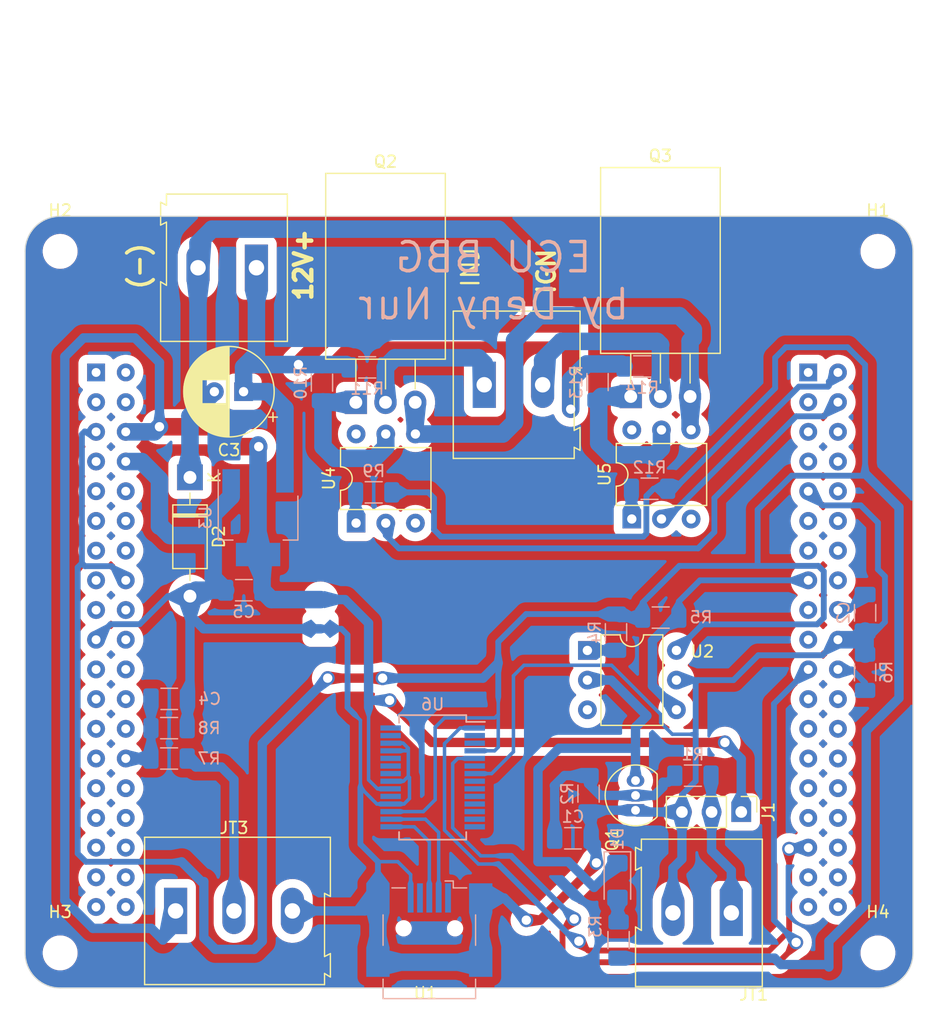
<source format=kicad_pcb>
(kicad_pcb (version 20221018) (generator pcbnew)
  (layers (0 "F.Cu" signal) (31 "B.Cu" signal) (34 "B.Paste" user) (35 "F.Paste" user) (36 "B.SilkS" user "B.Silkscreen") (37 "F.SilkS" user "F.Silkscreen") (38 "B.Mask" user) (39 "F.Mask" user) (44 "Edge.Cuts" user))
  (net 0 "")
  (net 1 "GND")
  (net 2 "Net-(Q1-B)")
  (net 3 "Net-(U1B-PB11{slash}VCAP)")
  (net 4 "+12V")
  (net 5 "GNDPWR")
  (net 6 "IN_TPS")
  (net 7 "VCC")
  (net 8 "IN_PULSE")
  (net 9 "Net-(D1-A)")
  (net 10 "PULSER")
  (net 12 "Net-(J2-D-)")
  (net 13 "Net-(J2-D+)")
  (net 15 "Net-(JT3-Pin_2)")
  (net 16 "PORT_INJ")
  (net 17 "PORT_IGN")
  (net 18 "Net-(Q2-G)")
  (net 19 "Net-(Q3-G)")
  (net 20 "VDD")
  (net 21 "Net-(R4-Pad2)")
  (net 22 "IN_CKP")
  (net 23 "Net-(U1B-PB2)")
  (net 24 "Net-(R9-Pad2)")
  (net 25 "Net-(R12-Pad2)")
  (net 43 "OUT_INJ")
  (net 44 "OUT_IGN")
  (net 46 "RX")
  (net 52 "TX")
  (footprint "TerminalBlock:TerminalBlock_Altech_AK300-2_P5.00mm" (layer "F.Cu") (at 139.8 66.4 180)
    (fp_text reference "JT2" hide)
    (fp_text value "Conn_01x02_Pin")
  )
  (footprint "Connector_PinHeader_2.54mm:PinHeader_1x03_P2.54mm_Vertical" (layer "F.Cu") (at 181.3 112.95 -90)
    (fp_text reference "J1")
    (fp_text value "Conn_01x03_Pin")
  )
  (footprint "Package_DIP:DIP-6_W7.62mm" (layer "F.Cu") (at 168.13 99.13)
    (fp_text reference "U2")
    (fp_text value "H11L1")
  )
  (footprint "Package_TO_SOT_THT:TO-92_Inline" (layer "F.Cu") (at 172.25 112.8 90)
    (fp_text reference "Q1")
    (fp_text value "2N3904")
  )
  (footprint "Package_DIP:DIP-6_W7.62mm" (layer "F.Cu") (at 171.93 87.89 90)
    (fp_text reference "U5")
    (fp_text value "4N35")
  )
  (footprint "TerminalBlock:TerminalBlock_Altech_AK300-2_P5.00mm" (layer "F.Cu") (at 159.3 76.41)
    (fp_text reference "JT4" hide)
    (fp_text value "Conn_01x02_Pin")
  )
  (footprint "Capacitor_THT:CP_Radial_D7.5mm_P2.50mm" (layer "F.Cu") (at 138.7 77 180)
    (fp_text reference "C3")
    (fp_text value "100uF")
  )
  (footprint "TerminalBlock:TerminalBlock_Altech_AK300-2_P5.00mm" (layer "F.Cu") (at 180.45 121.575 180)
    (fp_text reference "JT1")
    (fp_text value "Conn_01x02_Pin")
  )
  (footprint "MountingHole:MountingHole_2.5mm" (layer "F.Cu") (at 193 65)
    (fp_text reference "H1")
    (fp_text value "MountingHole")
  )
  (footprint "TerminalBlock:TerminalBlock_Altech_AK300-3_P5.00mm" (layer "F.Cu") (at 132.88 121.41)
    (fp_text reference "JT3")
    (fp_text value "Conn_01x03_Pin")
  )
  (footprint "MountingHole:MountingHole_2.5mm" (layer "F.Cu") (at 193 125)
    (fp_text reference "H4")
    (fp_text value "MountingHole")
  )
  (footprint "MountingHole:MountingHole_2.5mm" (layer "F.Cu") (at 123 65)
    (fp_text reference "H2")
    (fp_text value "MountingHole")
  )
  (footprint "MountingHole:MountingHole_2.5mm" (layer "F.Cu") (at 123 125)
    (fp_text reference "H3")
    (fp_text value "MountingHole")
  )
  (footprint "Package_TO_SOT_THT:TO-220-3_Horizontal_TabDown" (layer "F.Cu") (at 171.84 77.41)
    (fp_text reference "Q3")
    (fp_text value "IRF540N")
  )
  (footprint "Diode_THT:D_DO-41_SOD81_P10.16mm_Horizontal" (layer "F.Cu") (at 134.112 84.328 -90)
    (fp_text reference "D2")
    (fp_text value "1N4007")
  )
  (footprint "user:Nucleo-64" (layer "F.Cu") (at 126.075 121.075)
    (fp_text reference "U1")
    (fp_text value "NUCLEO-64")
  )
  (footprint "Package_TO_SOT_THT:TO-220-3_Horizontal_TabDown" (layer "F.Cu") (at 148.31 77.91)
    (fp_text reference "Q2")
    (fp_text value "IRF540N")
  )
  (footprint "Package_DIP:DIP-6_W7.62mm" (layer "F.Cu") (at 148.33 88.24 90)
    (fp_text reference "U4")
    (fp_text value "4N35")
  )
  (footprint "Resistor_SMD:R_1206_3216Metric_Pad1.30x1.75mm_HandSolder" (layer "B.Cu") (at 168.23 111.38 -90)
    (fp_text reference "R2")
    (fp_text value "10k")
  )
  (footprint "Resistor_SMD:R_1206_3216Metric_Pad1.30x1.75mm_HandSolder" (layer "B.Cu") (at 169 76.18 -90)
    (fp_text reference "R13")
    (fp_text value "10k")
  )
  (footprint "Resistor_SMD:R_1206_3216Metric_Pad1.30x1.75mm_HandSolder" (layer "B.Cu") (at 174.405 96.32)
    (fp_text reference "R5")
    (fp_text value "10K")
  )
  (footprint "Resistor_SMD:R_1206_3216Metric_Pad1.30x1.75mm_HandSolder" (layer "B.Cu") (at 149.84 85.61 180)
    (fp_text reference "R9")
    (fp_text value "220")
  )
  (footprint "Package_TO_SOT_SMD:SOT-223-3_TabPin2" (layer "B.Cu") (at 139.94 87.78 -90)
    (fp_text reference "U3")
    (fp_text value "AMS1117-5.0")
  )
  (footprint "Resistor_SMD:R_1206_3216Metric_Pad1.30x1.75mm_HandSolder" (layer "B.Cu") (at 145.41 76.23 -90)
    (fp_text reference "R10")
    (fp_text value "10k")
  )
  (footprint "Resistor_SMD:R_1206_3216Metric_Pad1.30x1.75mm_HandSolder" (layer "B.Cu") (at 170.8 123.9 90)
    (fp_text reference "R3")
    (fp_text value "330")
  )
  (footprint "Resistor_SMD:R_1206_3216Metric_Pad1.30x1.75mm_HandSolder" (layer "B.Cu") (at 132.325 105.775 180)
    (fp_text reference "R8")
    (fp_text value "1k")
  )
  (footprint "Capacitor_SMD:C_1206_3216Metric_Pad1.33x1.80mm_HandSolder" (layer "B.Cu") (at 191.9 95.9125 -90)
    (fp_text reference "C2")
    (fp_text value "4.7uF")
  )
  (footprint "Capacitor_SMD:C_1206_3216Metric_Pad1.33x1.80mm_HandSolder" (layer "B.Cu") (at 132.3375 103.275 180)
    (fp_text reference "C4")
    (fp_text value "100nF")
  )
  (footprint "Connector_USB:USB_Mini-B_Wuerth_65100516121_Horizontal" (layer "B.Cu") (at 154.6 122.9 180)
    (fp_text reference "J2" hide)
    (fp_text value "USB_B_Mini")
  )
  (footprint "Resistor_SMD:R_1206_3216Metric_Pad1.30x1.75mm_HandSolder" (layer "B.Cu") (at 173.45 85.3 180)
    (fp_text reference "R12")
    (fp_text value "220")
  )
  (footprint "Resistor_SMD:R_1206_3216Metric_Pad1.30x1.75mm_HandSolder" (layer "B.Cu") (at 170.58 97.57 -90)
    (fp_text reference "R4")
    (fp_text value "330")
  )
  (footprint "Resistor_SMD:R_1206_3216Metric_Pad1.30x1.75mm_HandSolder" (layer "B.Cu") (at 149.28 74.92)
    (fp_text reference "R11")
    (fp_text value "10k")
  )
  (footprint "Resistor_SMD:R_1206_3216Metric_Pad1.30x1.75mm_HandSolder" (layer "B.Cu") (at 191.9 101 90)
    (fp_text reference "R6")
    (fp_text value "0")
  )
  (footprint "Resistor_SMD:R_1206_3216Metric_Pad1.30x1.75mm_HandSolder" (layer "B.Cu") (at 132.325 108.375 180)
    (fp_text reference "R7")
    (fp_text value "1k")
  )
  (footprint "LED_SMD:LED_1206_3216Metric_Pad1.42x1.75mm_HandSolder" (layer "B.Cu") (at 170.7 118.8125 -90)
    (fp_text reference "D1")
    (fp_text value "LED")
  )
  (footprint "Capacitor_SMD:C_1206_3216Metric_Pad1.33x1.80mm_HandSolder" (layer "B.Cu") (at 138.7225 93.98)
    (fp_text reference "C5")
    (fp_text value "100nF")
  )
  (footprint "Resistor_SMD:R_1206_3216Metric_Pad1.30x1.75mm_HandSolder" (layer "B.Cu") (at 172.82 74.84)
    (fp_text reference "R14")
    (fp_text value "10k")
  )
  (footprint "Package_SO:SSOP-28_5.3x10.2mm_P0.65mm" (layer "B.Cu") (at 154.885 109.99 180)
    (fp_text reference "U6")
    (fp_text value "FT232RL")
  )
  (footprint "Capacitor_SMD:C_1206_3216Metric_Pad1.33x1.80mm_HandSolder" (layer "B.Cu") (at 166.8925 115.2 180)
    (fp_text reference "C1")
    (fp_text value "100nF")
  )
  (footprint "Resistor_SMD:R_1206_3216Metric_Pad1.30x1.75mm_HandSolder" (layer "B.Cu") (at 177.16 109.84 180)
    (fp_text reference "R1")
    (fp_text value "1k")
  )
  (gr_arc (start 120 65) (mid 120.87868 62.87868) (end 123 62) (stroke (width 0.1)) (layer "Edge.Cuts"))
  (gr_arc (start 193 62) (mid 195.12132 62.87868) (end 196 65) (stroke (width 0.1)) (layer "Edge.Cuts"))
  (gr_arc (start 123 128) (mid 120.87868 127.12132) (end 120 125) (stroke (width 0.1)) (layer "Edge.Cuts"))
  (gr_arc (start 196 125) (mid 195.12132 127.12132) (end 193 128) (stroke (width 0.1)) (layer "Edge.Cuts"))
  (gr_line (start 193 128) (end 123 128) (stroke (width 0.1)) (layer "Edge.Cuts"))
  (gr_line (start 193 62) (end 123 62) (stroke (width 0.1)) (layer "Edge.Cuts"))
  (gr_line (start 120 65) (end 120 125) (stroke (width 0.1)) (layer "Edge.Cuts"))
  (gr_line (start 196 65) (end 196 125) (stroke (width 0.1)) (layer "Edge.Cuts"))
  (gr_text "ECU BBG\nby Deny Nur" (at 160.1 71) (layer "B.SilkS") (effects (font (size 2.5 2.5) (thickness 0.3) bold) (justify bottom mirror)))
  (gr_text "(-)\n" (at 130.6 68.4 90) (layer "F.SilkS") (effects (font (size 1.5 1.5) (thickness 0.3) bold) (justify left bottom)))
  (gr_text "IGN" (at 165.5 68.8 90) (layer "F.SilkS") (effects (font (size 1.5 1.5) (thickness 0.3) bold) (justify left bottom)))
  (gr_text "12V+" (at 144.7 69.4 90) (layer "F.SilkS") (effects (font (size 1.5 1.5) (thickness 0.375) bold) (justify left bottom)))
  (gr_text "INJ\n" (at 159 68.2 90) (layer "F.SilkS") (effects (font (size 1.5 1.5) (thickness 0.2) bold) (justify left bottom)))
  (segment (start 168.5 117.8) (end 168.9 117.4) (width 0.8) (layer "F.Cu") (net 1))
  (segment (start 162.9 122.2) (end 164.1 122.2) (width 0.8) (layer "F.Cu") (net 1))
  (segment (start 164.1 122.2) (end 168.5 117.8) (width 0.8) (layer "F.Cu") (net 1))
  (segment (start 168.9 117.4) (end 168.9 117.3) (width 0.8) (layer "F.Cu") (net 1))
  (via (at 168.9 117.3) (size 1.2) (drill 0.8) (layers "F.Cu" "B.Cu") (net 1))
  (via (at 162.9 122.2) (size 1.2) (drill 0.8) (layers "F.Cu" "B.Cu") (net 1))
  (segment (start 177.4 106.3) (end 177.4 101.87) (width 0.5) (layer "B.Cu") (net 1))
  (segment (start 134.112 103.063) (end 134.112 94.488) (width 0.8) (layer "B.Cu") (net 1))
  (segment (start 136.1 87.5) (end 136.1 89.5) (width 1.5) (layer "B.Cu") (net 1))
  (segment (start 191.9 99.45) (end 191.9 97.475) (width 1.5) (layer "B.Cu") (net 1))
  (segment (start 174.4 104.6) (end 174.4 105.3) (width 0.3) (layer "B.Cu") (net 1))
  (segment (start 158.485 109.665) (end 159.935 109.665) (width 0.3) (layer "B.Cu") (net 1))
  (segment (start 176.9 101.67) (end 175.75 101.67) (width 0.5) (layer "B.Cu") (net 1))
  (segment (start 152.8 109.9) (end 152.8 107.5) (width 0.3) (layer "B.Cu") (net 1))
  (segment (start 133.9 103.275) (end 134.112 103.063) (width 0.8) (layer "B.Cu") (net 1))
  (segment (start 133.9 103.275) (end 133.9 105.75) (width 0.8) (layer "B.Cu") (net 1))
  (segment (start 131.5 88.5) (end 131.6 88.5) (width 1.5) (layer "B.Cu") (net 1))
  (segment (start 136.1 92.92) (end 137.16 93.98) (width 1.5) (layer "B.Cu") (net 1))
  (segment (start 134.62 93.98) (end 134.112 94.488) (width 1.5) (layer "B.Cu") (net 1))
  (segment (start 150.2 117.2) (end 148.7 115.7) (width 0.5) (layer "B.Cu") (net 1))
  (segment (start 137.16 93.98) (end 134.62 93.98) (width 1.5) (layer "B.Cu") (net 1))
  (segment (start 148.2 104.6) (end 147.6 104) (width 0.5) (layer "B.Cu") (net 1))
  (segment (start 159 120.3) (end 159 125.8) (width 1.5) (layer "B.Cu") (net 1))
  (segment (start 152.385 110.315) (end 152.8 109.9) (width 0.3) (layer "B.Cu") (net 1))
  (segment (start 147.6 104) (end 147.6 97.8) (width 0.5) (layer "B.Cu") (net 1))
  (segment (start 137.64 85.96) (end 136.1 87.5) (width 1.5) (layer "B.Cu") (net 1))
  (segment (start 192.825 97.475) (end 191.9 97.475) (width 0.5) (layer "B.Cu") (net 1))
  (segment (start 161 120.3) (end 162.9 122.2) (width 0.8) (layer "B.Cu") (net 1))
  (segment (start 152.585 107.715) (end 151.285 107.715) (width 0.3) (layer "B.Cu") (net 1))
  (segment (start 193 88.2) (end 193 92.2) (width 0.5) (layer "B.Cu") (net 1))
  (segment (start 145.288 97.282) (end 135.282 97.282) (width 0.8) (layer "B.Cu") (net 1))
  (segment (start 182.757 99.543) (end 180.63 101.67) (width 0.5) (layer "B.Cu") (net 1))
  (segment (start 135.282 97.282) (end 134.112 96.112) (width 0.8) (layer "B.Cu") (net 1))
  (segment (start 161.8 101.3) (end 162.7 100.4) (width 0.3) (layer "B.Cu") (net 1))
  (segment (start 131.5 84.5) (end 131.5 88.5) (width 1.5) (layer "B.Cu") (net 1))
  (segment (start 151.285 110.315) (end 152.385 110.315) (width 0.3) (layer "B.Cu") (net 1))
  (segment (start 193 92.2) (end 193.6 92.8) (width 0.5) (layer "B.Cu") (net 1))
  (segment (start 148.7 110.855) (end 148.7 110.5) (width 0.3) (layer "B.Cu") (net 1))
  (segment (start 153 118.3) (end 151.9 117.2) (width 0.3) (layer "B.Cu") (net 1))
  (segment (start 187.035 85.515) (end 188.247 86.727) (width 0.5) (layer "B.Cu") (net 1))
  (segment (start 176.22 112.95) (end 176.22 111.48) (width 0.5) (layer "B.Cu") (net 1))
  (segment (start 180.63 101.67) (end 177.6 101.67) (width 0.5) (layer "B.Cu") (net 1))
  (segment (start 151.9 117.2) (end 150.3 117.2) (width 0.3) (layer "B.Cu") (net 1))
  (segment (start 172.4 112.95) (end 172.25 112.8) (width 0.8) (layer "B.Cu") (net 1))
  (segment (start 168.9 115.645) (end 168.455 115.2) (width 0.8) (layer "B.Cu") (net 1))
  (segment (start 126.075 98.215) (end 126.075 98.125) (width 0.5) (layer "B.Cu") (net 1))
  (segment (start 151.285 112.265) (end 152.435 112.265) (width 0.3) (layer "B.Cu") (net 1))
  (segment (start 148.7 110.5) (end 148.7 105.1) (width 0.3) (layer "B.Cu") (net 1))
  (segment (start 135.9 89.3) (end 136.1 89.5) (width 1.5) (layer "B.Cu") (net 1))
  (segment (start 134.112 96.112) (end 134.112 94.488) (width 0.8) (layer "B.Cu") (net 1))
  (segment (start 152.435 112.265) (end 152.9 111.8) (width 0.3) (layer "B.Cu") (net 1))
  (segment (start 168.455 113.155) (end 168.23 112.93) (width 0.8) (layer "B.Cu") (net 1))
  (segment (start 189.575 98.215) (end 188.247 99.543) (width 0.5) (layer "B.Cu") (net 1))
  (segment (start 131.6 88.5) (end 132.4 89.3) (width 1.5) (layer "B.Cu") (net 1))
  (segment (start 159 120.3) (end 161 120.3) (width 0.8) (layer "B.Cu") (net 1))
  (segment (start 191.527 86.727) (end 193 88.2) (width 0.5) (layer "B.Cu") (net 1))
  (segment (start 170.2 100.4) (end 174.4 104.6) (width 0.3) (layer "B.Cu") (net 1))
  (segment (start 137.64 84.63) (end 137.64 85.96) (width 1.5) (layer "B.Cu") (net 1))
  (segment (start 175.45 117.75) (end 176.22 116.98) (width 0.8) (layer "B.Cu") (net 1))
  (segment (start 168.36 112.8) (end 168.23 112.93) (width 0.8) (layer "B.Cu") (net 1))
  (segment (start 176.22 111.48) (end 177.4 110.3) (width 0.5) (layer "B.Cu") (net 1))
  (segment (start 142.88 121.41) (end 149.09 121.41) (width 0.8) (layer "B.Cu") (net 1))
  (segment (start 128.615 82.975) (end 129.975 82.975) (width 1.5) (layer "B.Cu") (net 1))
  (segment (start 150.2 120.3) (end 150.2 125.8) (width 1.5) (layer "B.Cu") (net 1))
  (segment (start 175.4 106.3) (end 177.4 106.3) (width 0.3) (layer "B.Cu") (net 1))
  (segment (start 189.575 98.215) (end 191.16 98.215) (width 1.5) (layer "B.Cu") (net 1))
  (segment (start 152.8 107.5) (end 152.585 107.715) (width 0.3) (layer "B.Cu") (net 1))
  (segment (start 188.247 86.727) (end 191.527 86.727) (width 0.5) (layer "B.Cu") (net 1))
  (segment (start 175.45 121.575) (end 175.45 117.75) (width 0.8) (layer "B.Cu") (net 1))
  (segment (start 168.455 115.2) (end 168.455 113.155) (width 0.8) (layer "B.Cu") (net 1))
  (segment (start 152.9 111.8) (end 152.9 110) (width 0.3) (layer "B.Cu") (net 1))
  (segment (start 176.22 116.98) (end 176.22 112.95) (width 0.8) (layer "B.Cu") (net 1))
  (segment (start 147.082 97.282) (end 145.288 97.282) (width 0.5) (layer "B.Cu") (net 1))
  (segment (start 159.935 109.665) (end 161.8 107.8) (width 0.3) (layer "B.Cu") (net 1))
  (segment (start 151.285 112.265) (end 150.11 112.265) (width 0.3) (layer "B.Cu") (net 1))
  (segment (start 133.9 105.75) (end 133.875 105.775) (width 0.8) (layer "B.Cu") (net 1))
  (segment (start 127.313 96.887) (end 129.813 96.887) (width 0.5) (layer "B.Cu") (net 1))
  (segment (start 168.9 117.3) (end 168.9 115.645) (width 0.8) (layer "B.Cu") (net 1))
  (segment (start 152.9 110) (end 152.8 109.9) (width 0.3) (layer "B.Cu") (net 1))
  (segment (start 136.1 89.5) (end 136.1 92.92) (width 1.5) (layer "B.Cu") (net 1))
  (segment (start 162.7 100.4) (end 170.2 100.4) (width 0.3) (layer "B.Cu") (net 1))
  (segment (start 148.7 115.7) (end 148.7 110.855) (width 0.5) (layer "B.Cu") (net 1))
  (segment (start 174.4 105.3) (end 175.4 106.3) (width 0.3) (layer "B.Cu") (net 1))
  (segment (start 148.7 105.1) (end 148.2 104.6) (width 0.3) (layer "B.Cu") (net 1))
  (segment (start 153 120.3) (end 153 118.3) (width 0.3) (layer "B.Cu") (net 1))
  (segment (start 126.075 98.125) (end 127.313 96.887) (width 0.5) (layer "B.Cu") (net 1))
  (segment (start 159 125.8) (end 150.2 125.8) (width 1.5) (layer "B.Cu") (net 1))
  (segment (start 193.6 92.8) (end 193.6 96.7) (width 0.5) (layer "B.Cu") (net 1))
  (segment (start 176.22 112.95) (end 172.4 112.95) (width 0.8) (layer "B.Cu") (net 1))
  (segment (start 177.4 110.3) (end 177.4 106.3) (width 0.5) (layer "B.Cu") (net 1))
  (segment (start 177.6 101.67) (end 176.9 101.67) (width 0.5) (layer "B.Cu") (net 1))
  (segment (start 161.8 107.8) (end 161.8 101.3) (width 0.3) (layer "B.Cu") (net 1))
  (segment (start 129.975 82.975) (end 131.5 84.5) (width 1.5) (layer "B.Cu") (net 1))
  (segment (start 149.09 121.41) (end 150.2 120.3) (width 0.8) (layer "B.Cu") (net 1))
  (segment (start 132.212 94.488) (end 134.112 94.488) (width 0.5) (layer "B.Cu") (net 1))
  (segment (start 193.6 96.7) (end 192.825 97.475) (width 0.5) (layer "B.Cu") (net 1))
  (segment (start 172.25 112.8) (end 168.36 112.8) (width 0.8) (layer "B.Cu") (net 1))
  (segment (start 188.247 99.543) (end 182.757 99.543) (width 0.5) (layer "B.Cu") (net 1))
  (segment (start 151.285 107.065) (end 152.365 107.065) (width 0.3) (layer "B.Cu") (net 1))
  (segment (start 152.365 107.065) (end 152.8 107.5) (width 0.3) (layer "B.Cu") (net 1))
  (segment (start 132.4 89.3) (end 135.9 89.3) (width 1.5) (layer "B.Cu") (net 1))
  (segment (start 177.4 101.87) (end 177.6 101.67) (width 0.5) (layer "B.Cu") (net 1))
  (segment (start 150.2 120.3) (end 150.2 117.2) (width 0.5) (layer "B.Cu") (net 1))
  (segment (start 150.11 112.265) (end 148.7 110.855) (width 0.3) (layer "B.Cu") (net 1))
  (segment (start 129.813 96.887) (end 132.212 94.488) (width 0.5) (layer "B.Cu") (net 1))
  (segment (start 147.6 97.8) (end 147.082 97.282) (width 0.5) (layer "B.Cu") (net 1))
  (segment (start 191.16 98.215) (end 191.9 97.475) (width 1.5) (layer "B.Cu") (net 1))
  (segment (start 174.6 110.8) (end 174.6 110.4) (width 0.8) (layer "B.Cu") (net 2))
  (segment (start 175.05 110.4) (end 175.61 109.84) (width 0.8) (layer "B.Cu") (net 2))
  (segment (start 165.33 110.73) (end 165.33 115.2) (width 0.8) (layer "B.Cu") (net 2))
  (segment (start 172.25 111.53) (end 173.87 111.53) (width 0.8) (layer "B.Cu") (net 2))
  (segment (start 168.23 109.83) (end 166.17 109.83) (width 0.8) (layer "B.Cu") (net 2))
  (segment (start 174.6 110.4) (end 175.05 110.4) (width 0.8) (layer "B.Cu") (net 2))
  (segment (start 173.87 111.53) (end 174.6 110.8) (width 0.8) (layer "B.Cu") (net 2))
  (segment (start 172.25 111.53) (end 169.23 111.53) (width 0.8) (layer "B.Cu") (net 2))
  (segment (start 165.3 110.7) (end 165.33 110.73) (width 0.8) (layer "B.Cu") (net 2))
  (segment (start 166.17 109.83) (end 165.3 110.7) (width 0.8) (layer "B.Cu") (net 2))
  (segment (start 168.23 110.53) (end 168.23 109.83) (width 0.8) (layer "B.Cu") (net 2))
  (segment (start 169.23 111.53) (end 168.23 110.53) (width 0.8) (layer "B.Cu") (net 2))
  (segment (start 189.575 95.675) (end 190.575 95.675) (width 0.5) (layer "B.Cu") (net 3))
  (segment (start 190.575 95.675) (end 191.9 94.35) (width 0.5) (layer "B.Cu") (net 3))
  (segment (start 166.7 71.2) (end 146.88 71.2) (width 1.5) (layer "F.Cu") (net 4))
  (segment (start 166.7 78.5) (end 166.7 71.2) (width 1.5) (layer "F.Cu") (net 4))
  (segment (start 146.88 71.2) (end 143.4 74.68) (width 1.5) (layer "F.Cu") (net 4))
  (via (at 143.4 74.68) (size 1.2) (drill 0.8) (layers "F.Cu" "B.Cu") (net 4))
  (via (at 166.7 78.5) (size 1.2) (drill 0.8) (layers "F.Cu" "B.Cu") (net 4))
  (segment (start 138.7 77) (end 138.7 74.9) (width 1.5) (layer "B.Cu") (net 4))
  (segment (start 145.41 74.68) (end 143.4 74.68) (width 1.5) (layer "B.Cu") (net 4))
  (segment (start 166.7 76) (end 166.7 78.5) (width 1.5) (layer "B.Cu") (net 4))
  (segment (start 145.41 74.68) (end 147.49 74.68) (width 1.5) (layer "B.Cu") (net 4))
  (segment (start 169 74.63) (end 168.07 74.63) (width 1.5) (layer "B.Cu") (net 4))
  (segment (start 139.8 66.4) (end 139.8 73.8) (width 1.5) (layer "B.Cu") (net 4))
  (segment (start 142.24 78.44) (end 142.24 84.63) (width 1.5) (layer "B.Cu") (net 4))
  (segment (start 147.49 74.68) (end 147.73 74.92) (width 1.5) (layer "B.Cu") (net 4))
  (segment (start 139.8 73.8) (end 138.92 74.68) (width 1.5) (layer "B.Cu") (net 4))
  (segment (start 138.7 77) (end 140.8 77) (width 1.5) (layer "B.Cu") (net 4))
  (segment (start 169 74.63) (end 171.06 74.63) (width 1.5) (layer "B.Cu") (net 4))
  (segment (start 171.06 74.63) (end 171.27 74.84) (width 1.5) (layer "B.Cu") (net 4))
  (segment (start 143.4 74.68) (end 138.92 74.68) (width 1.5) (layer "B.Cu") (net 4))
  (segment (start 140.8 77) (end 142.24 78.44) (width 1.5) (layer "B.Cu") (net 4))
  (segment (start 138.92 74.68) (end 138.7 74.9) (width 1.5) (layer "B.Cu") (net 4))
  (segment (start 168.07 74.63) (end 166.7 76) (width 1.5) (layer "B.Cu") (net 4))
  (segment (start 161.9 79.6) (end 161.9 72.6) (width 1.5) (layer "B.Cu") (net 5))
  (segment (start 177.2 71.7) (end 177.2 72.4) (width 1.5) (layer "B.Cu") (net 5))
  (segment (start 160.5 63.1) (end 164.2 66.8) (width 1.5) (layer "B.Cu") (net 5))
  (segment (start 164 70.5) (end 176 70.5) (width 1.5) (layer "B.Cu") (net 5))
  (segment (start 134.112 84.328) (end 134.112 79.088) (width 1.5) (layer "B.Cu") (net 5))
  (segment (start 176 70.5) (end 177.2 71.7) (width 1.5) (layer "B.Cu") (net 5))
  (segment (start 176.92 80.18) (end 177.01 80.27) (width 1.5) (layer "B.Cu") (net 5))
  (segment (start 136 63.1) (end 160.5 63.1) (width 1.5) (layer "B.Cu") (net 5))
  (segment (start 164.2 70.3) (end 164 70.5) (width 1.5) (layer "B.Cu") (net 5))
  (segment (start 160.88 80.62) (end 161.9 79.6) (width 1.5) (layer "B.Cu") (net 5))
  (segment (start 134.8 66.4) (end 134.8 64.3) (width 1.5) (layer "B.Cu") (net 5))
  (segment (start 177.2 72.4) (end 176.92 72.68) (width 1.5) (layer "B.Cu") (net 5))
  (segment (start 134.8 64.3) (end 136 63.1) (width 1.5) (layer "B.Cu") (net 5))
  (segment (start 164.2 66.8) (end 164.2 70.3) (width 1.5) (layer "B.Cu") (net 5))
  (segment (start 176.92 77.41) (end 176.92 80.18) (width 1.5) (layer "B.Cu") (net 5))
  (segment (start 134.8 78.4) (end 134.112 79.088) (width 1.5) (layer "B.Cu") (net 5))
  (segment (start 161.9 72.6) (end 164 70.5) (width 1.5) (layer "B.Cu") (net 5))
  (segment (start 134.112 79.088) (end 136.2 77) (width 1.5) (layer "B.Cu") (net 5))
  (segment (start 153.39 77.91) (end 153.39 80.6) (width 1.5) (layer "B.Cu") (net 5))
  (segment (start 176.92 72.68) (end 176.92 77.41) (width 1.5) (layer "B.Cu") (net 5))
  (segment (start 134.8 66.4) (end 134.8 78.4) (width 1.5) (layer "B.Cu") (net 5))
  (segment (start 153.39 80.6) (end 153.41 80.62) (width 1.5) (layer "B.Cu") (net 5))
  (segment (start 153.41 80.62) (end 160.88 80.62) (width 1.5) (layer "B.Cu") (net 5))
  (segment (start 128.615 108.375) (end 130.775 108.375) (width 0.8) (layer "B.Cu") (net 6))
  (segment (start 130.775 103.275) (end 130.775 108.375) (width 0.8) (layer "B.Cu") (net 6))
  (segment (start 154.8 107) (end 151.2 103.4) (width 0.8) (layer "F.Cu") (net 7))
  (segment (start 179.9 107) (end 154.8 107) (width 0.8) (layer "F.Cu") (net 7))
  (segment (start 131.5 80) (end 136.2 80) (width 1.5) (layer "F.Cu") (net 7))
  (segment (start 140 81.7) (end 137.9 81.7) (width 1.5) (layer "F.Cu") (net 7))
  (segment (start 137.9 81.7) (end 136.2 80) (width 1.5) (layer "F.Cu") (net 7))
  (via (at 131.5 80) (size 1.2) (drill 0.8) (layers "F.Cu" "B.Cu") (net 7))
  (via (at 140 81.7) (size 1.2) (drill 0.8) (layers "F.Cu" "B.Cu") (net 7))
  (via (at 151.2 103.4) (size 1.2) (drill 0.8) (layers "F.Cu" "B.Cu") (net 7))
  (via (at 179.9 107) (size 1.2) (drill 0.8) (layers "F.Cu" "B.Cu") (net 7))
  (segment (start 125 72.4) (end 129.4 72.4) (width 0.8) (layer "B.Cu") (net 7))
  (segment (start 147.382 94.782) (end 149.4 96.8) (width 0.8) (layer "B.Cu") (net 7))
  (segment (start 131.8 123.9) (end 130.8 122.9) (width 0.8) (layer "B.Cu") (net 7))
  (segment (start 139.94 84.63) (end 139.94 90.93) (width 1.5) (layer "B.Cu") (net 7))
  (segment (start 139.94 84.63) (end 139.94 81.56) (width 1.5) (layer "B.Cu") (net 7))
  (segment (start 149.4 110.2) (end 149.4 104) (width 0.3) (layer "B.Cu") (net 7))
  (segment (start 139.94 81.64) (end 140 81.7) (width 1.5) (layer "B.Cu") (net 7))
  (segment (start 132.88 122.82) (end 131.8 123.9) (width 0.8) (layer "B.Cu") (net 7))
  (segment (start 141.087 94.782) (end 140.285 93.98) (width 1.5) (layer "B.Cu") (net 7))
  (segment (start 150.165 110.965) (end 149.4 110.2) (width 0.3) (layer "B.Cu") (net 7))
  (segment (start 131.5 74.5) (end 131.5 80) (width 0.8) (layer "B.Cu") (net 7))
  (segment (start 139.94 81.56) (end 139.94 81.64) (width 1.5) (layer "B.Cu") (net 7))
  (segment (start 132.88 121.41) (end 132.88 122.82) (width 0.8) (layer "B.Cu") (net 7))
  (segment (start 125.8 122.9) (end 123.4 120.5) (width 0.8) (layer "B.Cu") (net 7))
  (segment (start 140.285 91.275) (end 139.94 90.93) (width 1.5) (layer "B.Cu") (net 7))
  (segment (start 181.3 112.95) (end 181.3 108.4) (width 0.8) (layer "B.Cu") (net 7))
  (segment (start 123.4 74) (end 125 72.4) (width 0.8) (layer "B.Cu") (net 7))
  (segment (start 145.288 94.782) (end 147.382 94.782) (width 0.8) (layer "B.Cu") (net 7))
  (segment (start 151.2 103.4) (end 149.4 103.4) (width 0.8) (layer "B.Cu") (net 7))
  (segment (start 131.065 80.435) (end 131.5 80) (width 1.5) (layer "B.Cu") (net 7))
  (segment (start 128.615 80.435) (end 131.065 80.435) (width 1.5) (layer "B.Cu") (net 7))
  (segment (start 145.288 94.782) (end 141.087 94.782) (width 1.5) (layer "B.Cu") (net 7))
  (segment (start 140.285 93.98) (end 140.285 91.275) (width 1.5) (layer "B.Cu") (net 7))
  (segment (start 130.8 122.9) (end 125.8 122.9) (width 0.8) (layer "B.Cu") (net 7))
  (segment (start 129.4 72.4) (end 131.5 74.5) (width 0.8) (layer "B.Cu") (net 7))
  (segment (start 151.285 110.965) (end 150.165 110.965) (width 0.3) (layer "B.Cu") (net 7))
  (segment (start 149.4 96.8) (end 149.4 104) (width 0.8) (layer "B.Cu") (net 7))
  (segment (start 181.3 108.4) (end 179.9 107) (width 0.8) (layer "B.Cu") (net 7))
  (segment (start 123.4 120.5) (end 123.4 74) (width 0.8) (layer "B.Cu") (net 7))
  (segment (start 170.7 117.4) (end 168.7 119.4) (width 0.8) (layer "B.Cu") (net 8))
  (segment (start 168.13 101.67) (end 170.17 101.67) (width 0.8) (layer "B.Cu") (net 8))
  (segment (start 168.7 119.4) (end 166.5 117.2) (width 0.8) (layer "B.Cu") (net 8))
  (segment (start 172.25 110.26) (end 172.25 107.5) (width 0.8) (layer "B.Cu") (net 8))
  (segment (start 172.25 107.5) (end 172.25 105.69) (width 0.8) (layer "B.Cu") (net 8))
  (segment (start 172.25 105.69) (end 173.22 104.72) (width 0.8) (layer "B.Cu") (net 8))
  (segment (start 163.9 117.2) (end 163.9 109.3) (width 0.8) (layer "B.Cu") (net 8))
  (segment (start 170.17 101.67) (end 173.22 104.72) (width 0.8) (layer "B.Cu") (net 8))
  (segment (start 165.7 107.5) (end 172.25 107.5) (width 0.8) (layer "B.Cu") (net 8))
  (segment (start 170.7 117.325) (end 170.7 117.4) (width 0.8) (layer "B.Cu") (net 8))
  (segment (start 163.9 109.3) (end 165.7 107.5) (width 0.8) (layer "B.Cu") (net 8))
  (segment (start 172.4 110.11) (end 172.25 110.26) (width 0.8) (layer "B.Cu") (net 8))
  (segment (start 166.5 117.2) (end 163.9 117.2) (width 0.8) (layer "B.Cu") (net 8))
  (segment (start 170.7 120.3) (end 170.7 122.25) (width 0.8) (layer "B.Cu") (net 9))
  (segment (start 170.7 122.25) (end 170.8 122.35) (width 0.8) (layer "B.Cu") (net 9))
  (segment (start 170.5 122.23) (end 170.58 122.31) (width 0.8) (layer "B.Cu") (net 9))
  (segment (start 178.71 109.84) (end 178.71 112.9) (width 0.8) (layer "B.Cu") (net 10))
  (segment (start 178.71 112.9) (end 178.76 112.95) (width 0.8) (layer "B.Cu") (net 10))
  (segment (start 180.45 117.95) (end 178.76 116.26) (width 0.8) (layer "B.Cu") (net 10))
  (segment (start 178.76 116.26) (end 178.76 112.95) (width 0.8) (layer "B.Cu") (net 10))
  (segment (start 180.45 121.575) (end 180.45 117.95) (width 0.8) (layer "B.Cu") (net 10))
  (segment (start 151.285 113.565) (end 154.265 113.565) (width 0.3) (layer "B.Cu") (net 12))
  (segment (start 155.4 114.7) (end 155.4 120.3) (width 0.3) (layer "B.Cu") (net 12))
  (segment (start 154.265 113.565) (end 155.4 114.7) (width 0.3) (layer "B.Cu") (net 12))
  (segment (start 154.6 115.5) (end 154.6 120.3) (width 0.3) (layer "B.Cu") (net 13))
  (segment (start 153.315 114.215) (end 154.6 115.5) (width 0.3) (layer "B.Cu") (net 13))
  (segment (start 151.285 114.215) (end 153.315 114.215) (width 0.3) (layer "B.Cu") (net 13))
  (segment (start 137.88 110.18) (end 136.8 109.1) (width 0.8) (layer "B.Cu") (net 15))
  (segment (start 134.6 109.1) (end 133.875 108.375) (width 0.8) (layer "B.Cu") (net 15))
  (segment (start 136.8 109.1) (end 134.6 109.1) (width 0.8) (layer "B.Cu") (net 15))
  (segment (start 137.88 121.41) (end 137.88 110.18) (width 0.8) (layer "B.Cu") (net 15))
  (segment (start 150.83 77.89) (end 150.85 77.91) (width 0.8) (layer "B.Cu") (net 16))
  (segment (start 159.3 74.6) (end 158.8 74.1) (width 1.5) (layer "B.Cu") (net 16))
  (segment (start 159.3 76.41) (end 159.3 74.6) (width 1.5) (layer "B.Cu") (net 16))
  (segment (start 158.8 74.1) (end 151.65 74.1) (width 1.5) (layer "B.Cu") (net 16))
  (segment (start 150.85 74.94) (end 150.83 74.92) (width 1.5) (layer "B.Cu") (net 16))
  (segment (start 150.85 77.91) (end 150.85 74.94) (width 1.5) (layer "B.Cu") (net 16))
  (segment (start 151.65 74.1) (end 150.83 74.92) (width 1.5) (layer "B.Cu") (net 16))
  (segment (start 164.3 76.41) (end 164.3 74.3) (width 1.5) (layer "B.Cu") (net 17))
  (segment (start 164.3 74.3) (end 165.9 72.7) (width 1.5) (layer "B.Cu") (net 17))
  (segment (start 174.38 73.02) (end 174.38 77.41) (width 1.5) (layer "B.Cu") (net 17))
  (segment (start 165.9 72.7) (end 174.1 72.7) (width 1.5) (layer "B.Cu") (net 17))
  (segment (start 174.1 72.7) (end 174.4 73) (width 1.5) (layer "B.Cu") (net 17))
  (segment (start 174.4 73) (end 174.38 73.02) (width 1.5) (layer "B.Cu") (net 17))
  (segment (start 150.87 80.62) (end 150.87 81.73) (width 1.5) (layer "B.Cu") (net 18))
  (segment (start 145.5 81.7) (end 145.5 77.87) (width 1.5) (layer "B.Cu") (net 18))
  (segment (start 149.9 82.7) (end 146.5 82.7) (width 1.5) (layer "B.Cu") (net 18))
  (segment (start 146.5 82.7) (end 145.5 81.7) (width 1.5) (layer "B.Cu") (net 18))
  (segment (start 150.87 81.73) (end 149.9 82.7) (width 1.5) (layer "B.Cu") (net 18))
  (segment (start 148.31 77.91) (end 145.54 77.91) (width 1.5) (layer "B.Cu") (net 18))
  (segment (start 169.1 77.83) (end 169 77.73) (width 1.5) (layer "B.Cu") (net 19))
  (segment (start 170.1 82.4) (end 169.1 81.4) (width 1.5) (layer "B.Cu") (net 19))
  (segment (start 169.32 77.41) (end 169 77.73) (width 1.5) (layer "B.Cu") (net 19))
  (segment (start 173.5 82.4) (end 170.1 82.4) (width 1.5) (layer "B.Cu") (net 19))
  (segment (start 174.47 81.83) (end 173.7 82.6) (width 1.5) (layer "B.Cu") (net 19))
  (segment (start 173.7 82.6) (end 173.5 82.4) (width 1.5) (layer "B.Cu") (net 19))
  (segment (start 171.84 77.41) (end 169.32 77.41) (width 1.5) (layer "B.Cu") (net 19))
  (segment (start 169.1 81.4) (end 169.1 77.83) (width 1.5) (layer "B.Cu") (net 19))
  (segment (start 174.47 80.27) (end 174.47 81.83) (width 1.5) (layer "B.Cu") (net 19))
  (segment (start 145.9 101.5) (end 150.6 101.5) (width 0.8) (layer "F.Cu") (net 20))
  (via (at 150.6 101.5) (size 1.2) (drill 0.8) (layers "F.Cu" "B.Cu") (net 20))
  (via (at 145.9 101.5) (size 1.2) (drill 0.8) (layers "F.Cu" "B.Cu") (net 20))
  (segment (start 175.6 85.3) (end 184.2 76.7) (width 0.5) (layer "B.Cu") (net 20))
  (segment (start 160.5 107.4) (end 160.5 104.6) (width 0.3) (layer "B.Cu") (net 20))
  (segment (start 170.88 96.32) (end 170.58 96.02) (width 0.8) (layer "B.Cu") (net 20))
  (segment (start 176 91.9) (end 172.855 95.045) (width 0.5) (layer "B.Cu") (net 20))
  (segment (start 175 85.3) (end 175.6 85.3) (width 0.5) (layer "B.Cu") (net 20))
  (segment (start 160.5 103.1) (end 160.5 100.2) (width 0.5) (layer "B.Cu") (net 20))
  (segment (start 155.1 105.7) (end 155.9 104.9) (width 0.3) (layer "B.Cu") (net 20))
  (segment (start 190.4 73.2) (end 191.9 74.7) (width 0.5) (layer "B.Cu") (net 20))
  (segment (start 188.6 126) (end 188.8 126.2) (width 0.8) (layer "B.Cu") (net 20))
  (segment (start 136.3 124.7) (end 139.6 124.7) (width 0.8) (layer "B.Cu") (net 20))
  (segment (start 159.2 101.5) (end 160.5 100.2) (width 0.8) (layer "B.Cu") (net 20))
  (segment (start 194.8 86.9) (end 191.9 84) (width 0.8) (layer "B.Cu") (net 20))
  (segment (start 188.8 124) (end 192 120.8) (width 0.8) (layer "B.Cu") (net 20))
  (segment (start 172.855 95.045) (end 172.855 96.32) (width 0.5) (layer "B.Cu") (net 20))
  (segment (start 125.2 117.2) (end 125.207 117.207) (width 0.5) (layer "B.Cu") (net 20))
  (segment (start 191.713 84.187) (end 185.613 84.187) (width 0.5) (layer "B.Cu") (net 20))
  (segment (start 160.5 104.6) (end 160.5 103.1) (width 0.3) (layer "B.Cu") (net 20))
  (segment (start 124.5 116.5) (end 125.2 117.2) (width 0.5) (layer "B.Cu") (net 20))
  (segment (start 158.485 107.715) (end 160.185 107.715) (width 0.3) (layer "B.Cu") (net 20))
  (segment (start 135.3 118.9) (end 135.3 123.7) (width 0.8) (layer "B.Cu") (net 20))
  (segment (start 155 86.1) (end 154.51 85.61) (width 0.5) (layer "B.Cu") (net 20))
  (segment (start 133.407 117.207) (end 135.1 118.9) (width 0.8) (layer "B.Cu") (net 20))
  (segment (start 162.88 96.02) (end 170.58 96.02) (width 0.5) (layer "B.Cu") (net 20))
  (segment (start 182.7 87.1) (end 182.7 91.9) (width 0.5) (layer "B.Cu") (net 20))
  (segment (start 128.615 93.135) (end 127.403 91.923) (width 0.5) (layer "B.Cu") (net 20))
  (segment (start 187.9 91.9) (end 182.7 91.9) (width 0.5) (layer "B.Cu") (net 20))
  (segment (start 192 106) (end 194.8 103.2) (width 0.8) (layer "B.Cu") (net 20))
  (segment (start 155.1 111.9) (end 155.1 105.7) (width 0.3) (layer "B.Cu") (net 20))
  (segment (start 194.8 103.2) (end 194.8 86.9) (width 0.8) (layer "B.Cu") (net 20))
  (segment (start 140.3 124) (end 140.3 123.9) (width 0.8) (layer "B.Cu") (net 20))
  (segment (start 160.5 100.2) (end 160.5 98.4) (width 0.5) (layer "B.Cu") (net 20))
  (segment (start 124.863 80.637) (end 125.1 80.4) (width 0.5) (layer "B.Cu") (net 20))
  (segment (start 184.2 76.7) (end 184.2 74.1) (width 0.5) (layer "B.Cu") (net 20))
  (segment (start 173.8 85.3) (end 173.18 85.92) (width 0.5) (layer "B.Cu") (net 20))
  (segment (start 185.613 84.187) (end 182.7 87.1) (width 0.5) (layer "B.Cu") (net 20))
  (segment (start 136.2 124.6) (end 136.3 124.7) (width 0.8) (layer "B.Cu") (net 20))
  (segment (start 191.9 74.7) (end 191.9 84) (width 0.5) (layer "B.Cu") (net 20))
  (segment (start 175.75 99.13) (end 177.9 96.98) (width 0.5) (layer "B.Cu") (net 20))
  (segment (start 125.1 80.4) (end 125.135 80.435) (width 0.5) (layer "B.Cu") (net 20))
  (segment (start 170.8 125.45) (end 184.15 125.45) (width 0.8) (layer "B.Cu") (net 20))
  (segment (start 160.5 98.4) (end 162.88 96.02) (width 0.5) (layer "B.Cu") (net 20))
  (segment (start 184.7 126) (end 188.6 126) (width 0.8) (layer "B.Cu") (net 20))
  (segment (start 160.185 107.715) (end 160.5 107.4) (width 0.3) (layer "B.Cu") (net 20))
  (segment (start 188.8 126.2) (end 188.8 124) (width 0.8) (layer "B.Cu") (net 20))
  (segment (start 187.8 96.9) (end 188.363 96.337) (width 0.5) (layer "B.Cu") (net 20))
  (segment (start 188.363 96.337) (end 188.363 92.363) (width 0.5) (layer "B.Cu") (net 20))
  (segment (start 177.9 96.98) (end 177.9 96.9) (width 0.5) (layer "B.Cu") (net 20))
  (segment (start 175 85.3) (end 173.8 85.3) (width 0.5) (layer "B.Cu") (net 20))
  (segment (start 155 88.8) (end 155 86.1) (width 0.5) (layer "B.Cu") (net 20))
  (segment (start 154.51 85.61) (end 151.39 85.61) (width 0.5) (layer "B.Cu") (net 20))
  (segment (start 124.863 91.663) (end 124.863 80.637) (width 0.5) (layer "B.Cu") (net 20))
  (segment (start 127.403 91.923) (end 125.123 91.923) (width 0.5) (layer "B.Cu") (net 20))
  (segment (start 160.2 104.9) (end 160.5 104.6) (width 0.3) (layer "B.Cu") (net 20))
  (segment (start 188.363 92.363) (end 187.9 91.9) (width 0.5) (layer "B.Cu") (net 20))
  (segment (start 191.9 84) (end 191.713 84.187) (width 0.5) (layer "B.Cu") (net 20))
  (segment (start 124.5 92.026) (end 124.5 98.6) (width 0.5) (layer "B.Cu") (net 20))
  (segment (start 139.6 124.7) (end 140.3 124) (width 0.8) (layer "B.Cu") (net 20))
  (segment (start 124.863 91.663) (end 124.5 92.026) (width 0.5) (layer "B.Cu") (net 20))
  (segment (start 185.1 73.2) (end 190.4 73.2) (width 0.5) (layer "B.Cu") (net 20))
  (segment (start 125.135 80.435) (end 126.075 80.435) (width 0.5) (layer "B.Cu") (net 20))
  (segment (start 184.2 74.1) (end 185.1 73.2) (width 0.5) (layer "B.Cu") (net 20))
  (segment (start 173.18 85.92) (end 173.18 89.14) (width 0.5) (layer "B.Cu") (net 20))
  (segment (start 154.085 112.915) (end 155.1 111.9) (width 0.3) (layer "B.Cu") (net 20))
  (segment (start 125.123 91.923) (end 124.863 91.663) (width 0.5) (layer "B.Cu") (net 20))
  (segment (start 184.15 125.45) (end 184.7 126) (width 0.8) (layer "B.Cu") (net 20))
  (segment (start 140.3 107.1) (end 145.9 101.5) (width 0.8) (layer "B.Cu") (net 20))
  (segment (start 177.9 96.9) (end 187.8 96.9) (width 0.5) (layer "B.Cu") (net 20))
  (segment (start 155.9 104.9) (end 160.2 104.9) (width 0.3) (layer "B.Cu") (net 20))
  (segment (start 140.3 123.9) (end 140.3 107.1) (width 0.8) (layer "B.Cu") (net 20))
  (segment (start 151.285 112.915) (end 154.085 112.915) (width 0.3) (layer "B.Cu") (net 20))
  (segment (start 173.18 89.14) (end 172.92 89.4) (width 0.5) (layer "B.Cu") (net 20))
  (segment (start 192 120.8) (end 192 106) (width 0.8) (layer "B.Cu") (net 20))
  (segment (start 155.6 89.4) (end 155 88.8) (width 0.5) (layer "B.Cu") (net 20))
  (segment (start 172.855 96.32) (end 170.88 96.32) (width 0.8) (layer "B.Cu") (net 20))
  (segment (start 135.3 123.7) (end 136.2 124.6) (width 0.8) (layer "B.Cu") (net 20))
  (segment (start 125.207 117.207) (end 133.407 117.207) (width 0.5) (layer "B.Cu") (net 20))
  (segment (start 124.5 98.6) (end 124.5 116.5) (width 0.5) (layer "B.Cu") (net 20))
  (segment (start 150.6 101.5) (end 159.2 101.5) (width 0.8) (layer "B.Cu") (net 20))
  (segment (start 172.92 89.4) (end 155.6 89.4) (width 0.5) (layer "B.Cu") (net 20))
  (segment (start 182.7 91.9) (end 176 91.9) (width 0.5) (layer "B.Cu") (net 20))
  (segment (start 135.1 118.9) (end 135.3 118.9) (width 0.8) (layer "B.Cu") (net 20))
  (segment (start 168.14 99.12) (end 168.13 99.13) (width 0.5) (layer "B.Cu") (net 21))
  (segment (start 170.58 99.12) (end 168.14 99.12) (width 0.5) (layer "B.Cu") (net 21))
  (segment (start 173.7 98.3) (end 175.68 96.32) (width 0.8) (layer "B.Cu") (net 22))
  (segment (start 175.955 94.945) (end 175.955 96.32) (width 0.5) (layer "B.Cu") (net 22))
  (segment (start 175.75 104.21) (end 173.7 102.16) (width 0.8) (layer "B.Cu") (net 22))
  (segment (start 177.765 93.135) (end 175.955 94.945) (width 0.5) (layer "B.Cu") (net 22))
  (segment (start 173.7 102.16) (end 173.7 98.3) (width 0.8) (layer "B.Cu") (net 22))
  (segment (start 187.035 93.135) (end 177.765 93.135) (width 0.5) (layer "B.Cu") (net 22))
  (segment (start 175.68 96.32) (end 175.955 96.32) (width 0.8) (layer "B.Cu") (net 22))
  (segment (start 189.575 100.755) (end 190.755 100.755) (width 0.5) (layer "B.Cu") (net 23))
  (segment (start 190.755 100.755) (end 191.9 101.9) (width 0.5) (layer "B.Cu") (net 23))
  (segment (start 191.9 101.9) (end 191.9 102.55) (width 0.5) (layer "B.Cu") (net 23))
  (segment (start 148.29 88.2) (end 148.33 88.24) (width 0.8) (layer "B.Cu") (net 24))
  (segment (start 148.29 85.61) (end 148.29 88.2) (width 0.8) (layer "B.Cu") (net 24))
  (segment (start 171.9 85.3) (end 171.9 87.86) (width 0.8) (layer "B.Cu") (net 25))
  (segment (start 171.9 87.86) (end 171.93 87.89) (width 0.8) (layer "B.Cu") (net 25))
  (segment (start 188.363 79.107) (end 189.575 77.895) (width 0.5) (layer "B.Cu") (net 43))
  (segment (start 150.87 89.27) (end 152 90.4) (width 0.5) (layer "B.Cu") (net 43))
  (segment (start 179 89) (end 179 86.1) (width 0.5) (layer "B.Cu") (net 43))
  (segment (start 152 90.4) (end 177.6 90.4) (width 0.5) (layer "B.Cu") (net 43))
  (segment (start 179 86.1) (end 186 79.1) (width 0.5) (layer "B.Cu") (net 43))
  (segment (start 186 79.1) (end 186.007 79.107) (width 0.5) (layer "B.Cu") (net 43))
  (segment (start 177.6 90.4) (end 179 89) (width 0.5) (layer "B.Cu") (net 43))
  (segment (start 186.007 79.107) (end 188.363 79.107) (width 0.5) (layer "B.Cu") (net 43))
  (segment (start 150.87 88.24) (end 150.87 89.27) (width 0.5) (layer "B.Cu") (net 43))
  (segment (start 174.96 87.4) (end 174.47 87.89) (width 0.5) (layer "B.Cu") (net 44))
  (segment (start 186.233 76.567) (end 175.4 87.4) (width 0.5) (layer "B.Cu") (net 44))
  (segment (start 188.733 76.567) (end 186.233 76.567) (width 0.5) (layer "B.Cu") (net 44))
  (segment (start 175.4 87.4) (end 174.96 87.4) (width 0.5) (layer "B.Cu") (net 44))
  (segment (start 189.575 75.355) (end 188.8 76.13) (width 0.5) (layer "B.Cu") (net 44))
  (segment (start 188.8 76.13) (end 188.8 76.5) (width 0.5) (layer "B.Cu") (net 44))
  (segment (start 188.8 76.5) (end 188.733 76.567) (width 0.5) (layer "B.Cu") (net 44))
  (segment (start 168.2 124.8) (end 167.4 124) (width 0.5) (layer "F.Cu") (net 46))
  (segment (start 185.4 123.1) (end 183.7 124.8) (width 0.5) (layer "F.Cu") (net 46))
  (segment (start 185.4 116.1) (end 185.4 123.1) (width 0.5) (layer "F.Cu") (net 46))
  (segment (start 183.7 124.8) (end 168.2 124.8) (width 0.5) (layer "F.Cu") (net 46))
  (via (at 167.4 124) (size 1.2) (drill 0.8) (layers "F.Cu" "B.Cu") (net 46))
  (via (at 185.4 116.1) (size 1.2) (drill 0.8) (layers "F.Cu" "B.Cu") (net 46))
  (segment (start 155.9 107.1) (end 155.9 114.5) (width 0.3) (layer "B.Cu") (net 46))
  (segment (start 187.035 115.995) (end 185.505 115.995) (width 0.5) (layer "B.Cu") (net 46))
  (segment (start 155.9 114.5) (end 157 115.6) (width 0.3) (layer "B.Cu") (net 46))
  (segment (start 157 115.6) (end 158.8 117.4) (width 0.3) (layer "B.Cu") (net 46))
  (segment (start 158.485 105.765) (end 157.235 105.765) (width 0.3) (layer "B.Cu") (net 46))
  (segment (start 160.5 117.4) (end 167.1 124) (width 0.5) (layer "B.Cu") (net 46))
  (segment (start 157.235 105.765) (end 155.9 107.1) (width 0.3) (layer "B.Cu") (net 46))
  (segment (start 158.8 117.4) (end 160.5 117.4) (width 0.3) (layer "B.Cu") (net 46))
  (segment (start 167.1 124) (end 167.4 124) (width 0.5) (layer "B.Cu") (net 46))
  (segment (start 185.505 115.995) (end 185.4 116.1) (width 0.5) (layer "B.Cu") (net 46))
  (segment (start 166 125.3) (end 166.1 125.4) (width 0.5) (layer "F.Cu") (net 52))
  (segment (start 166 123.1) (end 166 123.2) (width 0.5) (layer "F.Cu") (net 52))
  (segment (start 166.5 125.8) (end 184.5 125.8) (width 0.5) (layer "F.Cu") (net 52))
  (segment (start 184.5 125.8) (end 186 124.3) (width 0.5) (layer "F.Cu") (net 52))
  (segment (start 166 123.2) (end 166 125.3) (width 0.5) (layer "F.Cu") (net 52))
  (segment (start 166.1 125.4) (end 166.5 125.8) (width 0.5) (layer "F.Cu") (net 52))
  (segment (start 186 124.3) (end 186 124.1) (width 0.5) (layer "F.Cu") (net 52))
  (segment (start 167 122.1) (end 166 123.1) (width 0.5) (layer "F.Cu") (net 52))
  (via (at 167 122.1) (size 1.2) (drill 0.8) (layers "F.Cu" "B.Cu") (net 52))
  (via (at 186 124.1) (size 1.2) (drill 0.8) (layers "F.Cu" "B.Cu") (net 52))
  (segment (start 184.1 122.2) (end 184.1 103.69) (width 0.5) (layer "B.Cu") (net 52))
  (segment (start 184.1 103.69) (end 187.035 100.755) (width 0.5) (layer "B.Cu") (net 52))
  (segment (start 159 116.7) (end 160.7 116.7) (width 0.3) (layer "B.Cu") (net 52))
  (segment (start 160.7 116.7) (end 161.6 116.7) (width 0.5) (layer "B.Cu") (net 52))
  (segment (start 156.6 108.8) (end 156.6 114.3) (width 0.3) (layer "B.Cu") (net 52))
  (segment (start 186 124.1) (end 184.1 122.2) (width 0.5) (layer "B.Cu") (net 52))
  (segment (start 158.485 108.365) (end 157.035 108.365) (width 0.3) (layer "B.Cu") (net 52))
  (segment (start 156.6 114.3) (end 159 116.7) (width 0.3) (layer "B.Cu") (net 52))
  (segment (start 161.6 116.7) (end 167 122.1) (width 0.5) (layer "B.Cu") (net 52))
  (segment (start 157.035 108.365) (end 156.6 108.8) (width 0.3) (layer "B.Cu") (net 52))
  (zone (net 0) (net_name "") (layers "F&B.Cu") (connect_pads yes (clearance 0.75)) (min_thickness 0.25) (fill yes (thermal_gap 0.5) (thermal_bridge_width 0.5) (island_removal_mode 1) (island_area_min 10))
    (polygon (pts (xy 119.5 61.5) (xy 196 62) (xy 196 128) (xy 120 128)))
  )
)
</source>
